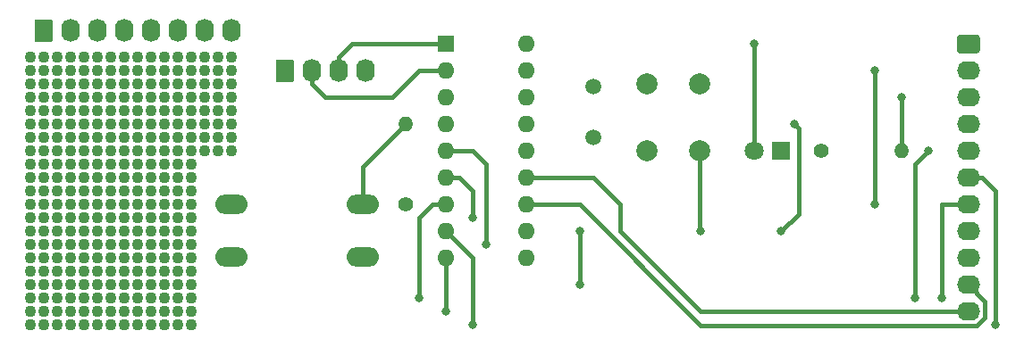
<source format=gbr>
%TF.GenerationSoftware,KiCad,Pcbnew,5.1.6-c6e7f7d~86~ubuntu16.04.1*%
%TF.CreationDate,2020-07-22T20:39:57+01:00*%
%TF.ProjectId,pic_proto1,7069635f-7072-46f7-946f-312e6b696361,rev?*%
%TF.SameCoordinates,Original*%
%TF.FileFunction,Copper,L2,Bot*%
%TF.FilePolarity,Positive*%
%FSLAX46Y46*%
G04 Gerber Fmt 4.6, Leading zero omitted, Abs format (unit mm)*
G04 Created by KiCad (PCBNEW 5.1.6-c6e7f7d~86~ubuntu16.04.1) date 2020-07-22 20:39:57*
%MOMM*%
%LPD*%
G01*
G04 APERTURE LIST*
%TA.AperFunction,ComponentPad*%
%ADD10O,1.740000X2.190000*%
%TD*%
%TA.AperFunction,ComponentPad*%
%ADD11C,1.500000*%
%TD*%
%TA.AperFunction,ComponentPad*%
%ADD12O,1.600000X1.600000*%
%TD*%
%TA.AperFunction,ComponentPad*%
%ADD13R,1.600000X1.600000*%
%TD*%
%TA.AperFunction,ComponentPad*%
%ADD14O,3.048000X1.850000*%
%TD*%
%TA.AperFunction,ComponentPad*%
%ADD15O,1.400000X1.400000*%
%TD*%
%TA.AperFunction,ComponentPad*%
%ADD16C,1.400000*%
%TD*%
%TA.AperFunction,ComponentPad*%
%ADD17O,2.190000X1.740000*%
%TD*%
%TA.AperFunction,ComponentPad*%
%ADD18C,1.800000*%
%TD*%
%TA.AperFunction,ComponentPad*%
%ADD19R,1.800000X1.800000*%
%TD*%
%TA.AperFunction,ComponentPad*%
%ADD20C,2.000000*%
%TD*%
%TA.AperFunction,ViaPad*%
%ADD21C,1.100000*%
%TD*%
%TA.AperFunction,ViaPad*%
%ADD22C,0.800000*%
%TD*%
%TA.AperFunction,Conductor*%
%ADD23C,0.400000*%
%TD*%
G04 APERTURE END LIST*
D10*
%TO.P,REF\u002A\u002A,8*%
%TO.N,N/C*%
X143510000Y-48260000D03*
%TO.P,REF\u002A\u002A,7*%
X140970000Y-48260000D03*
%TO.P,REF\u002A\u002A,6*%
X138430000Y-48260000D03*
%TO.P,REF\u002A\u002A,5*%
X135890000Y-48260000D03*
%TO.P,REF\u002A\u002A,4*%
X133350000Y-48260000D03*
%TO.P,REF\u002A\u002A,3*%
X130810000Y-48260000D03*
%TO.P,REF\u002A\u002A,2*%
X128270000Y-48260000D03*
%TO.P,REF\u002A\u002A,1*%
%TA.AperFunction,ComponentPad*%
G36*
G01*
X124860000Y-49105001D02*
X124860000Y-47414999D01*
G75*
G02*
X125109999Y-47165000I249999J0D01*
G01*
X126350001Y-47165000D01*
G75*
G02*
X126600000Y-47414999I0J-249999D01*
G01*
X126600000Y-49105001D01*
G75*
G02*
X126350001Y-49355000I-249999J0D01*
G01*
X125109999Y-49355000D01*
G75*
G02*
X124860000Y-49105001I0J249999D01*
G01*
G37*
%TD.AperFunction*%
%TD*%
D11*
%TO.P,X1,2*%
%TO.N,Net-(C2-Pad1)*%
X177800000Y-53540000D03*
%TO.P,X1,1*%
%TO.N,Net-(C1-Pad1)*%
X177800000Y-58420000D03*
%TD*%
D12*
%TO.P,U1,18*%
%TO.N,IO1*%
X171450000Y-49530000D03*
%TO.P,U1,9*%
%TO.N,Net-(J2-Pad7)*%
X163830000Y-69850000D03*
%TO.P,U1,17*%
%TO.N,Net-(D1-Pad2)*%
X171450000Y-52070000D03*
%TO.P,U1,8*%
%TO.N,Net-(J2-Pad6)*%
X163830000Y-67310000D03*
%TO.P,U1,16*%
%TO.N,Net-(C2-Pad1)*%
X171450000Y-54610000D03*
%TO.P,U1,7*%
%TO.N,Net-(J2-Pad5)*%
X163830000Y-64770000D03*
%TO.P,U1,15*%
%TO.N,Net-(C1-Pad1)*%
X171450000Y-57150000D03*
%TO.P,U1,6*%
%TO.N,Net-(J2-Pad4)*%
X163830000Y-62230000D03*
%TO.P,U1,14*%
%TO.N,+5V*%
X171450000Y-59690000D03*
%TO.P,U1,5*%
%TO.N,GND*%
X163830000Y-59690000D03*
%TO.P,U1,13*%
%TO.N,Net-(J2-Pad11)*%
X171450000Y-62230000D03*
%TO.P,U1,4*%
%TO.N,Net-(R1-Pad2)*%
X163830000Y-57150000D03*
%TO.P,U1,12*%
%TO.N,Net-(J2-Pad10)*%
X171450000Y-64770000D03*
%TO.P,U1,3*%
%TO.N,IO4*%
X163830000Y-54610000D03*
%TO.P,U1,11*%
%TO.N,Net-(J2-Pad9)*%
X171450000Y-67310000D03*
%TO.P,U1,2*%
%TO.N,IO3*%
X163830000Y-52070000D03*
%TO.P,U1,10*%
%TO.N,Net-(J2-Pad8)*%
X171450000Y-69850000D03*
D13*
%TO.P,U1,1*%
%TO.N,IO2*%
X163830000Y-49530000D03*
%TD*%
D14*
%TO.P,SW1,2*%
%TO.N,GND*%
X143510000Y-69770000D03*
%TO.P,SW1,1*%
%TO.N,Net-(R1-Pad2)*%
X143510000Y-64770000D03*
%TO.P,SW1,2*%
%TO.N,GND*%
X156010000Y-69770000D03*
%TO.P,SW1,1*%
%TO.N,Net-(R1-Pad2)*%
X156010000Y-64770000D03*
%TD*%
D15*
%TO.P,R2,2*%
%TO.N,GND*%
X207010000Y-59690000D03*
D16*
%TO.P,R2,1*%
%TO.N,Net-(D1-Pad1)*%
X199390000Y-59690000D03*
%TD*%
D15*
%TO.P,R1,2*%
%TO.N,Net-(R1-Pad2)*%
X160020000Y-57150000D03*
D16*
%TO.P,R1,1*%
%TO.N,+5V*%
X160020000Y-64770000D03*
%TD*%
D17*
%TO.P,J2,11*%
%TO.N,Net-(J2-Pad11)*%
X213360000Y-74930000D03*
%TO.P,J2,10*%
%TO.N,Net-(J2-Pad10)*%
X213360000Y-72390000D03*
%TO.P,J2,9*%
%TO.N,Net-(J2-Pad9)*%
X213360000Y-69850000D03*
%TO.P,J2,8*%
%TO.N,Net-(J2-Pad8)*%
X213360000Y-67310000D03*
%TO.P,J2,7*%
%TO.N,Net-(J2-Pad7)*%
X213360000Y-64770000D03*
%TO.P,J2,6*%
%TO.N,Net-(J2-Pad6)*%
X213360000Y-62230000D03*
%TO.P,J2,5*%
%TO.N,Net-(J2-Pad5)*%
X213360000Y-59690000D03*
%TO.P,J2,4*%
%TO.N,Net-(J2-Pad4)*%
X213360000Y-57150000D03*
%TO.P,J2,3*%
%TO.N,GND*%
X213360000Y-54610000D03*
%TO.P,J2,2*%
%TO.N,+5V*%
X213360000Y-52070000D03*
%TO.P,J2,1*%
%TO.N,N/C*%
%TA.AperFunction,ComponentPad*%
G36*
G01*
X212514999Y-48660000D02*
X214205001Y-48660000D01*
G75*
G02*
X214455000Y-48909999I0J-249999D01*
G01*
X214455000Y-50150001D01*
G75*
G02*
X214205001Y-50400000I-249999J0D01*
G01*
X212514999Y-50400000D01*
G75*
G02*
X212265000Y-50150001I0J249999D01*
G01*
X212265000Y-48909999D01*
G75*
G02*
X212514999Y-48660000I249999J0D01*
G01*
G37*
%TD.AperFunction*%
%TD*%
D10*
%TO.P,J1,4*%
%TO.N,IO1*%
X156210000Y-52070000D03*
%TO.P,J1,3*%
%TO.N,IO2*%
X153670000Y-52070000D03*
%TO.P,J1,2*%
%TO.N,IO3*%
X151130000Y-52070000D03*
%TO.P,J1,1*%
%TO.N,IO4*%
%TA.AperFunction,ComponentPad*%
G36*
G01*
X147720000Y-52915001D02*
X147720000Y-51224999D01*
G75*
G02*
X147969999Y-50975000I249999J0D01*
G01*
X149210001Y-50975000D01*
G75*
G02*
X149460000Y-51224999I0J-249999D01*
G01*
X149460000Y-52915001D01*
G75*
G02*
X149210001Y-53165000I-249999J0D01*
G01*
X147969999Y-53165000D01*
G75*
G02*
X147720000Y-52915001I0J249999D01*
G01*
G37*
%TD.AperFunction*%
%TD*%
D18*
%TO.P,D1,2*%
%TO.N,Net-(D1-Pad2)*%
X193040000Y-59690000D03*
D19*
%TO.P,D1,1*%
%TO.N,Net-(D1-Pad1)*%
X195580000Y-59690000D03*
%TD*%
D20*
%TO.P,C2,2*%
%TO.N,GND*%
X187880000Y-53340000D03*
%TO.P,C2,1*%
%TO.N,Net-(C2-Pad1)*%
X182880000Y-53340000D03*
%TD*%
%TO.P,C1,2*%
%TO.N,GND*%
X187880000Y-59690000D03*
%TO.P,C1,1*%
%TO.N,Net-(C1-Pad1)*%
X182880000Y-59690000D03*
%TD*%
D21*
%TO.N,*%
X143510000Y-50800000D03*
X143510000Y-52070000D03*
X143510000Y-53340000D03*
X143510000Y-54610000D03*
X143510000Y-55880000D03*
X142240000Y-55880000D03*
X140970000Y-55880000D03*
X140970000Y-54610000D03*
X142240000Y-54610000D03*
X142240000Y-53340000D03*
X140970000Y-53340000D03*
X140970000Y-52070000D03*
X142240000Y-52070000D03*
X142240000Y-50800000D03*
X140970000Y-50800000D03*
X139700000Y-50800000D03*
X139700000Y-52070000D03*
X139700000Y-53340000D03*
X139700000Y-54610000D03*
X139700000Y-55880000D03*
X139700000Y-57150000D03*
X139700000Y-58420000D03*
X139700000Y-59690000D03*
X140970000Y-59690000D03*
X140970000Y-58420000D03*
X140970000Y-57150000D03*
X142240000Y-57150000D03*
X142240000Y-58420000D03*
X142240000Y-59690000D03*
X143510000Y-59690000D03*
X143510000Y-58420000D03*
X143510000Y-57150000D03*
X139700000Y-60960000D03*
X139700000Y-62230000D03*
X139700000Y-63500000D03*
X139700000Y-64770000D03*
X139700000Y-66040000D03*
X139700000Y-67310000D03*
X139700000Y-68580000D03*
X139700000Y-69850000D03*
X139700000Y-71120000D03*
X139700000Y-72390000D03*
X139700000Y-73660000D03*
X139700000Y-74930000D03*
X139700000Y-76200000D03*
X138430000Y-69850000D03*
X138430000Y-58420000D03*
X138430000Y-50800000D03*
X138430000Y-67310000D03*
X138430000Y-63500000D03*
X138430000Y-74930000D03*
X138430000Y-54610000D03*
X138430000Y-59690000D03*
X138430000Y-62230000D03*
X138430000Y-64770000D03*
X138430000Y-68580000D03*
X138430000Y-53340000D03*
X138430000Y-52070000D03*
X138430000Y-72390000D03*
X138430000Y-60960000D03*
X138430000Y-71120000D03*
X138430000Y-76200000D03*
X138430000Y-73660000D03*
X138430000Y-66040000D03*
X138430000Y-55880000D03*
X138430000Y-57150000D03*
X138430000Y-69850000D03*
X138430000Y-58420000D03*
X138430000Y-50800000D03*
X138430000Y-67310000D03*
X138430000Y-63500000D03*
X138430000Y-74930000D03*
X138430000Y-54610000D03*
X138430000Y-59690000D03*
X138430000Y-62230000D03*
X138430000Y-64770000D03*
X138430000Y-68580000D03*
X138430000Y-53340000D03*
X138430000Y-52070000D03*
X138430000Y-72390000D03*
X138430000Y-60960000D03*
X138430000Y-71120000D03*
X138430000Y-76200000D03*
X138430000Y-73660000D03*
X138430000Y-66040000D03*
X138430000Y-55880000D03*
X138430000Y-57150000D03*
X138430000Y-69850000D03*
X138430000Y-58420000D03*
X138430000Y-50800000D03*
X138430000Y-67310000D03*
X138430000Y-63500000D03*
X138430000Y-74930000D03*
X138430000Y-54610000D03*
X138430000Y-59690000D03*
X138430000Y-62230000D03*
X138430000Y-64770000D03*
X138430000Y-68580000D03*
X138430000Y-53340000D03*
X138430000Y-52070000D03*
X138430000Y-72390000D03*
X138430000Y-60960000D03*
X138430000Y-71120000D03*
X138430000Y-76200000D03*
X138430000Y-73660000D03*
X138430000Y-66040000D03*
X138430000Y-55880000D03*
X138430000Y-57150000D03*
X137160000Y-69850000D03*
X137160000Y-58420000D03*
X137160000Y-50800000D03*
X137160000Y-67310000D03*
X137160000Y-63500000D03*
X137160000Y-74930000D03*
X137160000Y-54610000D03*
X137160000Y-59690000D03*
X137160000Y-62230000D03*
X137160000Y-64770000D03*
X137160000Y-68580000D03*
X137160000Y-53340000D03*
X137160000Y-52070000D03*
X137160000Y-72390000D03*
X137160000Y-60960000D03*
X137160000Y-71120000D03*
X137160000Y-76200000D03*
X137160000Y-73660000D03*
X137160000Y-66040000D03*
X137160000Y-55880000D03*
X137160000Y-57150000D03*
X135890000Y-69850000D03*
X135890000Y-58420000D03*
X135890000Y-50800000D03*
X135890000Y-67310000D03*
X135890000Y-63500000D03*
X135890000Y-74930000D03*
X135890000Y-54610000D03*
X135890000Y-59690000D03*
X135890000Y-62230000D03*
X135890000Y-64770000D03*
X135890000Y-68580000D03*
X135890000Y-53340000D03*
X135890000Y-52070000D03*
X135890000Y-72390000D03*
X135890000Y-60960000D03*
X135890000Y-71120000D03*
X135890000Y-76200000D03*
X135890000Y-73660000D03*
X135890000Y-66040000D03*
X135890000Y-55880000D03*
X135890000Y-57150000D03*
X134620000Y-69850000D03*
X134620000Y-58420000D03*
X134620000Y-50800000D03*
X134620000Y-67310000D03*
X134620000Y-63500000D03*
X134620000Y-74930000D03*
X134620000Y-54610000D03*
X134620000Y-59690000D03*
X134620000Y-62230000D03*
X134620000Y-64770000D03*
X134620000Y-68580000D03*
X134620000Y-53340000D03*
X134620000Y-52070000D03*
X134620000Y-72390000D03*
X134620000Y-60960000D03*
X134620000Y-71120000D03*
X134620000Y-76200000D03*
X134620000Y-73660000D03*
X134620000Y-66040000D03*
X134620000Y-55880000D03*
X134620000Y-57150000D03*
X133350000Y-64770000D03*
X133350000Y-69850000D03*
X133350000Y-53340000D03*
X133350000Y-73660000D03*
X133350000Y-71120000D03*
X132080000Y-59690000D03*
X133350000Y-59690000D03*
X133350000Y-76200000D03*
X133350000Y-73660000D03*
X133350000Y-64770000D03*
X133350000Y-72390000D03*
X130810000Y-53340000D03*
X129540000Y-52070000D03*
X129540000Y-72390000D03*
X132080000Y-62230000D03*
X130810000Y-66040000D03*
X133350000Y-50800000D03*
X133350000Y-54610000D03*
X132080000Y-74930000D03*
X130810000Y-57150000D03*
X129540000Y-60960000D03*
X129540000Y-71120000D03*
X129540000Y-73660000D03*
X129540000Y-57150000D03*
X133350000Y-74930000D03*
X132080000Y-53340000D03*
X133350000Y-58420000D03*
X132080000Y-72390000D03*
X130810000Y-63500000D03*
X129540000Y-69850000D03*
X129540000Y-58420000D03*
X129540000Y-50800000D03*
X132080000Y-69850000D03*
X130810000Y-62230000D03*
X132080000Y-66040000D03*
X130810000Y-54610000D03*
X130810000Y-76200000D03*
X132080000Y-64770000D03*
X129540000Y-74930000D03*
X129540000Y-54610000D03*
X133350000Y-72390000D03*
X133350000Y-69850000D03*
X133350000Y-67310000D03*
X130810000Y-64770000D03*
X133350000Y-66040000D03*
X133350000Y-55880000D03*
X132080000Y-76200000D03*
X133350000Y-68580000D03*
X133350000Y-67310000D03*
X133350000Y-54610000D03*
X133350000Y-50800000D03*
X130810000Y-73660000D03*
X132080000Y-57150000D03*
X133350000Y-63500000D03*
X133350000Y-73660000D03*
X129540000Y-76200000D03*
X133350000Y-60960000D03*
X130810000Y-55880000D03*
X132080000Y-50800000D03*
X129540000Y-59690000D03*
X129540000Y-67310000D03*
X129540000Y-63500000D03*
X133350000Y-53340000D03*
X130810000Y-74930000D03*
X130810000Y-59690000D03*
X132080000Y-54610000D03*
X132080000Y-68580000D03*
X133350000Y-68580000D03*
X133350000Y-52070000D03*
X133350000Y-62230000D03*
X133350000Y-54610000D03*
X133350000Y-62230000D03*
X133350000Y-57150000D03*
X133350000Y-64770000D03*
X132080000Y-60960000D03*
X133350000Y-60960000D03*
X133350000Y-63500000D03*
X130810000Y-68580000D03*
X130810000Y-52070000D03*
X133350000Y-71120000D03*
X133350000Y-76200000D03*
X133350000Y-68580000D03*
X133350000Y-74930000D03*
X130810000Y-67310000D03*
X132080000Y-71120000D03*
X132080000Y-73660000D03*
X133350000Y-76200000D03*
X133350000Y-59690000D03*
X132080000Y-63500000D03*
X133350000Y-74930000D03*
X130810000Y-60960000D03*
X132080000Y-55880000D03*
X129540000Y-68580000D03*
X129540000Y-53340000D03*
X132080000Y-58420000D03*
X133350000Y-57150000D03*
X130810000Y-72390000D03*
X133350000Y-66040000D03*
X133350000Y-67310000D03*
X133350000Y-55880000D03*
X133350000Y-58420000D03*
X130810000Y-71120000D03*
X133350000Y-69850000D03*
X133350000Y-52070000D03*
X133350000Y-66040000D03*
X133350000Y-63500000D03*
X129540000Y-62230000D03*
X129540000Y-64770000D03*
X130810000Y-69850000D03*
X133350000Y-53340000D03*
X133350000Y-57150000D03*
X132080000Y-52070000D03*
X133350000Y-71120000D03*
X133350000Y-60960000D03*
X133350000Y-59690000D03*
X133350000Y-50800000D03*
X130810000Y-58420000D03*
X130810000Y-50800000D03*
X133350000Y-62230000D03*
X133350000Y-55880000D03*
X129540000Y-66040000D03*
X129540000Y-55880000D03*
X133350000Y-72390000D03*
X133350000Y-58420000D03*
X132080000Y-67310000D03*
X133350000Y-52070000D03*
X128270000Y-64770000D03*
X128270000Y-69850000D03*
X128270000Y-53340000D03*
X128270000Y-73660000D03*
X128270000Y-71120000D03*
X127000000Y-59690000D03*
X128270000Y-59690000D03*
X128270000Y-76200000D03*
X128270000Y-73660000D03*
X128270000Y-64770000D03*
X128270000Y-72390000D03*
X125730000Y-53340000D03*
X124460000Y-52070000D03*
X124460000Y-72390000D03*
X127000000Y-62230000D03*
X125730000Y-66040000D03*
X128270000Y-50800000D03*
X128270000Y-54610000D03*
X127000000Y-74930000D03*
X125730000Y-57150000D03*
X124460000Y-60960000D03*
X124460000Y-71120000D03*
X124460000Y-73660000D03*
X124460000Y-57150000D03*
X128270000Y-74930000D03*
X127000000Y-53340000D03*
X128270000Y-58420000D03*
X127000000Y-72390000D03*
X125730000Y-63500000D03*
X124460000Y-69850000D03*
X124460000Y-58420000D03*
X124460000Y-50800000D03*
X127000000Y-69850000D03*
X125730000Y-62230000D03*
X127000000Y-66040000D03*
X125730000Y-54610000D03*
X125730000Y-76200000D03*
X127000000Y-64770000D03*
X124460000Y-74930000D03*
X124460000Y-54610000D03*
X128270000Y-72390000D03*
X128270000Y-69850000D03*
X128270000Y-67310000D03*
X125730000Y-64770000D03*
X128270000Y-66040000D03*
X128270000Y-55880000D03*
X127000000Y-76200000D03*
X128270000Y-68580000D03*
X128270000Y-67310000D03*
X128270000Y-54610000D03*
X128270000Y-50800000D03*
X125730000Y-73660000D03*
X127000000Y-57150000D03*
X128270000Y-63500000D03*
X128270000Y-73660000D03*
X124460000Y-76200000D03*
X128270000Y-60960000D03*
X125730000Y-55880000D03*
X127000000Y-50800000D03*
X124460000Y-59690000D03*
X124460000Y-67310000D03*
X124460000Y-63500000D03*
X128270000Y-53340000D03*
X125730000Y-74930000D03*
X125730000Y-59690000D03*
X127000000Y-54610000D03*
X127000000Y-68580000D03*
X128270000Y-68580000D03*
X128270000Y-52070000D03*
X128270000Y-62230000D03*
X128270000Y-54610000D03*
X128270000Y-62230000D03*
X128270000Y-57150000D03*
X128270000Y-64770000D03*
X127000000Y-60960000D03*
X128270000Y-60960000D03*
X128270000Y-63500000D03*
X125730000Y-68580000D03*
X125730000Y-52070000D03*
X128270000Y-71120000D03*
X128270000Y-76200000D03*
X128270000Y-68580000D03*
X128270000Y-74930000D03*
X125730000Y-67310000D03*
X127000000Y-71120000D03*
X127000000Y-73660000D03*
X128270000Y-76200000D03*
X128270000Y-59690000D03*
X127000000Y-63500000D03*
X128270000Y-74930000D03*
X125730000Y-60960000D03*
X127000000Y-55880000D03*
X124460000Y-68580000D03*
X124460000Y-53340000D03*
X127000000Y-58420000D03*
X128270000Y-57150000D03*
X125730000Y-72390000D03*
X128270000Y-66040000D03*
X128270000Y-67310000D03*
X128270000Y-55880000D03*
X128270000Y-58420000D03*
X125730000Y-71120000D03*
X128270000Y-69850000D03*
X128270000Y-52070000D03*
X128270000Y-66040000D03*
X128270000Y-63500000D03*
X124460000Y-62230000D03*
X124460000Y-64770000D03*
X125730000Y-69850000D03*
X128270000Y-53340000D03*
X128270000Y-57150000D03*
X127000000Y-52070000D03*
X128270000Y-71120000D03*
X128270000Y-60960000D03*
X128270000Y-59690000D03*
X128270000Y-50800000D03*
X125730000Y-58420000D03*
X125730000Y-50800000D03*
X128270000Y-62230000D03*
X128270000Y-55880000D03*
X124460000Y-66040000D03*
X124460000Y-55880000D03*
X128270000Y-72390000D03*
X128270000Y-58420000D03*
X127000000Y-67310000D03*
X128270000Y-52070000D03*
D22*
%TO.N,GND*%
X207010000Y-54610000D03*
X187960000Y-67310000D03*
X167640000Y-68580000D03*
%TO.N,Net-(D1-Pad2)*%
X193040000Y-49530000D03*
%TO.N,Net-(J2-Pad9)*%
X176530000Y-72390000D03*
X176530000Y-67310000D03*
%TO.N,Net-(J2-Pad7)*%
X163830000Y-74930000D03*
X210820000Y-73660000D03*
%TO.N,Net-(J2-Pad6)*%
X166370000Y-76200000D03*
X215900000Y-76200000D03*
%TO.N,Net-(J2-Pad5)*%
X161290000Y-73660000D03*
X208280000Y-73660000D03*
X209550000Y-59690000D03*
%TO.N,Net-(J2-Pad4)*%
X196850000Y-57150000D03*
X195580000Y-67310000D03*
X166370000Y-66040000D03*
%TO.N,+5V*%
X204470000Y-64770000D03*
X204470000Y-52070000D03*
%TD*%
D23*
%TO.N,GND*%
X207010000Y-54610000D02*
X207010000Y-59690000D01*
X187880000Y-59690000D02*
X187880000Y-67230000D01*
X187880000Y-67230000D02*
X187960000Y-67310000D01*
X167640000Y-68580000D02*
X167640000Y-60960000D01*
X166370000Y-59690000D02*
X163830000Y-59690000D01*
X167640000Y-60960000D02*
X166370000Y-59690000D01*
%TO.N,Net-(D1-Pad2)*%
X193040000Y-49530000D02*
X193040000Y-59690000D01*
%TO.N,IO2*%
X163830000Y-49530000D02*
X154940000Y-49530000D01*
X153670000Y-50800000D02*
X153670000Y-52070000D01*
X154940000Y-49530000D02*
X153670000Y-50800000D01*
%TO.N,IO3*%
X163830000Y-52070000D02*
X161290000Y-52070000D01*
X161290000Y-52070000D02*
X158750000Y-54610000D01*
X158750000Y-54610000D02*
X152400000Y-54610000D01*
X151130000Y-53340000D02*
X151130000Y-52070000D01*
X152400000Y-54610000D02*
X151130000Y-53340000D01*
%TO.N,Net-(J2-Pad11)*%
X213360000Y-74930000D02*
X187960000Y-74930000D01*
X187960000Y-74930000D02*
X180340000Y-67310000D01*
X180340000Y-67310000D02*
X180340000Y-64770000D01*
X180340000Y-64770000D02*
X177800000Y-62230000D01*
X177800000Y-62230000D02*
X171450000Y-62230000D01*
%TO.N,Net-(J2-Pad10)*%
X171450000Y-64770000D02*
X176530000Y-64770000D01*
X214905010Y-75476766D02*
X214905010Y-73935010D01*
X214131766Y-76250010D02*
X214905010Y-75476766D01*
X188010010Y-76250010D02*
X214131766Y-76250010D01*
X214905010Y-73935010D02*
X213360000Y-72390000D01*
X176530000Y-64770000D02*
X188010010Y-76250010D01*
%TO.N,Net-(J2-Pad9)*%
X176530000Y-72390000D02*
X176530000Y-67310000D01*
%TO.N,Net-(J2-Pad7)*%
X163830000Y-69850000D02*
X163830000Y-74930000D01*
X210820000Y-73660000D02*
X210820000Y-64770000D01*
X210820000Y-64770000D02*
X213360000Y-64770000D01*
%TO.N,Net-(J2-Pad6)*%
X213360000Y-62230000D02*
X214630000Y-62230000D01*
X166370000Y-69850000D02*
X163830000Y-67310000D01*
X214630000Y-62230000D02*
X215900000Y-63500000D01*
X166370000Y-76200000D02*
X166370000Y-69850000D01*
X215900000Y-63500000D02*
X215900000Y-76200000D01*
%TO.N,Net-(J2-Pad5)*%
X163830000Y-64770000D02*
X162560000Y-64770000D01*
X161290000Y-66040000D02*
X161290000Y-73660000D01*
X162560000Y-64770000D02*
X161290000Y-66040000D01*
X208280000Y-60960000D02*
X209550000Y-59690000D01*
X208280000Y-73660000D02*
X208280000Y-60960000D01*
%TO.N,Net-(J2-Pad4)*%
X197249999Y-57549999D02*
X197249999Y-65640001D01*
X197249999Y-65640001D02*
X195580000Y-67310000D01*
X196850000Y-57150000D02*
X197249999Y-57549999D01*
X166370000Y-66040000D02*
X166370000Y-63500000D01*
X165100000Y-62230000D02*
X163830000Y-62230000D01*
X166370000Y-63500000D02*
X165100000Y-62230000D01*
%TO.N,+5V*%
X204470000Y-64770000D02*
X204470000Y-52070000D01*
%TO.N,Net-(R1-Pad2)*%
X156010000Y-61160000D02*
X156010000Y-64770000D01*
X160020000Y-57150000D02*
X156010000Y-61160000D01*
%TD*%
M02*

</source>
